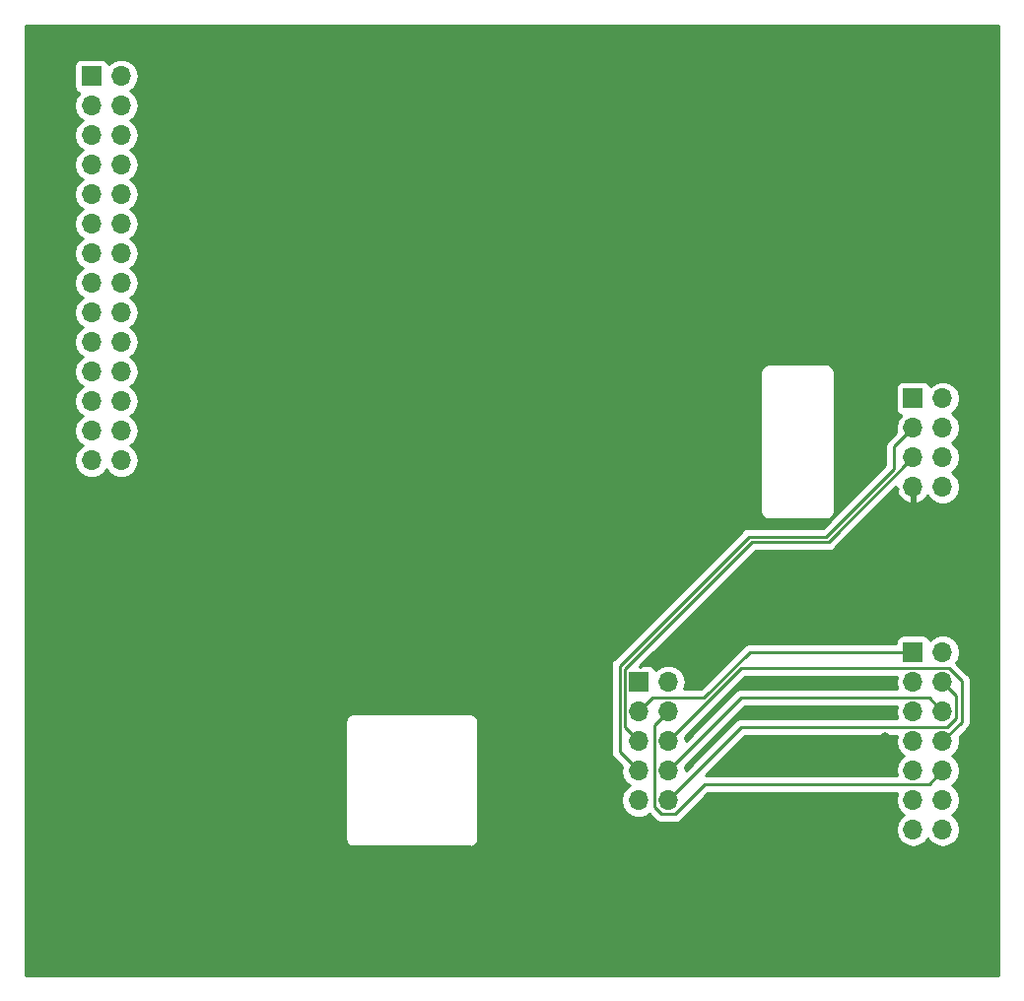
<source format=gbr>
G04 #@! TF.GenerationSoftware,KiCad,Pcbnew,5.0.1-33cea8e~68~ubuntu18.04.1*
G04 #@! TF.CreationDate,2018-11-17T12:57:36+01:00*
G04 #@! TF.ProjectId,ESP32-Wrover-kit-debug-breakout,45535033322D57726F7665722D6B6974,rev?*
G04 #@! TF.SameCoordinates,Original*
G04 #@! TF.FileFunction,Copper,L1,Top,Signal*
G04 #@! TF.FilePolarity,Positive*
%FSLAX46Y46*%
G04 Gerber Fmt 4.6, Leading zero omitted, Abs format (unit mm)*
G04 Created by KiCad (PCBNEW 5.0.1-33cea8e~68~ubuntu18.04.1) date lör 17 nov 2018 12:57:36*
%MOMM*%
%LPD*%
G01*
G04 APERTURE LIST*
G04 #@! TA.AperFunction,ComponentPad*
%ADD10O,1.700000X1.700000*%
G04 #@! TD*
G04 #@! TA.AperFunction,ComponentPad*
%ADD11R,1.700000X1.700000*%
G04 #@! TD*
G04 #@! TA.AperFunction,ViaPad*
%ADD12C,0.800000*%
G04 #@! TD*
G04 #@! TA.AperFunction,Conductor*
%ADD13C,0.250000*%
G04 #@! TD*
G04 #@! TA.AperFunction,Conductor*
%ADD14C,0.254000*%
G04 #@! TD*
G04 APERTURE END LIST*
D10*
G04 #@! TO.P,J3,14*
G04 #@! TO.N,Net-(J3-Pad14)*
X129469000Y-119832000D03*
G04 #@! TO.P,J3,13*
G04 #@! TO.N,Net-(J3-Pad13)*
X126929000Y-119832000D03*
G04 #@! TO.P,J3,12*
G04 #@! TO.N,Net-(J3-Pad12)*
X129469000Y-117292000D03*
G04 #@! TO.P,J3,11*
G04 #@! TO.N,Net-(J3-Pad11)*
X126929000Y-117292000D03*
G04 #@! TO.P,J3,10*
G04 #@! TO.N,/MTCK*
X129469000Y-114752000D03*
G04 #@! TO.P,J3,9*
G04 #@! TO.N,Net-(J3-Pad9)*
X126929000Y-114752000D03*
G04 #@! TO.P,J3,8*
G04 #@! TO.N,/MTDI*
X129469000Y-112212000D03*
G04 #@! TO.P,J3,7*
G04 #@! TO.N,Net-(J3-Pad7)*
X126929000Y-112212000D03*
G04 #@! TO.P,J3,6*
G04 #@! TO.N,/MTDO*
X129469000Y-109672000D03*
G04 #@! TO.P,J3,5*
G04 #@! TO.N,Net-(J3-Pad5)*
X126929000Y-109672000D03*
G04 #@! TO.P,J3,4*
G04 #@! TO.N,/MTMS*
X129469000Y-107132000D03*
G04 #@! TO.P,J3,3*
G04 #@! TO.N,Net-(J3-Pad3)*
X126929000Y-107132000D03*
G04 #@! TO.P,J3,2*
G04 #@! TO.N,Net-(J3-Pad2)*
X129469000Y-104592000D03*
D11*
G04 #@! TO.P,J3,1*
G04 #@! TO.N,/CH_Enable*
X126929000Y-104592000D03*
G04 #@! TD*
D10*
G04 #@! TO.P,J1,28*
G04 #@! TO.N,Net-(J1-Pad28)*
X58890000Y-88100000D03*
G04 #@! TO.P,J1,27*
G04 #@! TO.N,Net-(J1-Pad27)*
X56350000Y-88100000D03*
G04 #@! TO.P,J1,26*
G04 #@! TO.N,Net-(J1-Pad26)*
X58890000Y-85560000D03*
G04 #@! TO.P,J1,25*
G04 #@! TO.N,/IO0_Boot_option*
X56350000Y-85560000D03*
G04 #@! TO.P,J1,24*
G04 #@! TO.N,Net-(J1-Pad24)*
X58890000Y-83020000D03*
G04 #@! TO.P,J1,23*
G04 #@! TO.N,Net-(J1-Pad23)*
X56350000Y-83020000D03*
G04 #@! TO.P,J1,22*
G04 #@! TO.N,Net-(J1-Pad22)*
X58890000Y-80480000D03*
G04 #@! TO.P,J1,21*
G04 #@! TO.N,Net-(J1-Pad21)*
X56350000Y-80480000D03*
G04 #@! TO.P,J1,20*
G04 #@! TO.N,Net-(J1-Pad20)*
X58890000Y-77940000D03*
G04 #@! TO.P,J1,19*
G04 #@! TO.N,Net-(J1-Pad19)*
X56350000Y-77940000D03*
G04 #@! TO.P,J1,18*
G04 #@! TO.N,Net-(J1-Pad18)*
X58890000Y-75400000D03*
G04 #@! TO.P,J1,17*
G04 #@! TO.N,Net-(J1-Pad17)*
X56350000Y-75400000D03*
G04 #@! TO.P,J1,16*
G04 #@! TO.N,Net-(J1-Pad16)*
X58890000Y-72860000D03*
G04 #@! TO.P,J1,15*
G04 #@! TO.N,Net-(J1-Pad15)*
X56350000Y-72860000D03*
G04 #@! TO.P,J1,14*
G04 #@! TO.N,Net-(J1-Pad14)*
X58890000Y-70320000D03*
G04 #@! TO.P,J1,13*
G04 #@! TO.N,Net-(J1-Pad13)*
X56350000Y-70320000D03*
G04 #@! TO.P,J1,12*
G04 #@! TO.N,Net-(J1-Pad12)*
X58890000Y-67780000D03*
G04 #@! TO.P,J1,11*
G04 #@! TO.N,Net-(J1-Pad11)*
X56350000Y-67780000D03*
G04 #@! TO.P,J1,10*
G04 #@! TO.N,Net-(J1-Pad10)*
X58890000Y-65240000D03*
G04 #@! TO.P,J1,9*
G04 #@! TO.N,Net-(J1-Pad9)*
X56350000Y-65240000D03*
G04 #@! TO.P,J1,8*
G04 #@! TO.N,Net-(J1-Pad8)*
X58890000Y-62700000D03*
G04 #@! TO.P,J1,7*
G04 #@! TO.N,Net-(J1-Pad7)*
X56350000Y-62700000D03*
G04 #@! TO.P,J1,6*
G04 #@! TO.N,Net-(J1-Pad6)*
X58890000Y-60160000D03*
G04 #@! TO.P,J1,5*
G04 #@! TO.N,Net-(J1-Pad5)*
X56350000Y-60160000D03*
G04 #@! TO.P,J1,4*
G04 #@! TO.N,Net-(J1-Pad4)*
X58890000Y-57620000D03*
G04 #@! TO.P,J1,3*
G04 #@! TO.N,Net-(J1-Pad3)*
X56350000Y-57620000D03*
G04 #@! TO.P,J1,2*
G04 #@! TO.N,Net-(J1-Pad2)*
X58890000Y-55080000D03*
D11*
G04 #@! TO.P,J1,1*
G04 #@! TO.N,Net-(J1-Pad1)*
X56350000Y-55080000D03*
G04 #@! TD*
G04 #@! TO.P,J4,1*
G04 #@! TO.N,GND*
X103340000Y-107150000D03*
D10*
G04 #@! TO.P,J4,2*
G04 #@! TO.N,/IO0_Boot_option*
X105880000Y-107150000D03*
G04 #@! TO.P,J4,3*
G04 #@! TO.N,/CH_Enable*
X103340000Y-109690000D03*
G04 #@! TO.P,J4,4*
G04 #@! TO.N,/MTCK*
X105880000Y-109690000D03*
G04 #@! TO.P,J4,5*
G04 #@! TO.N,/TDX*
X103340000Y-112230000D03*
G04 #@! TO.P,J4,6*
G04 #@! TO.N,/MTDI*
X105880000Y-112230000D03*
G04 #@! TO.P,J4,7*
G04 #@! TO.N,/RDX*
X103340000Y-114770000D03*
G04 #@! TO.P,J4,8*
G04 #@! TO.N,/MTDO*
X105880000Y-114770000D03*
G04 #@! TO.P,J4,9*
G04 #@! TO.N,Net-(J4-Pad9)*
X103340000Y-117310000D03*
G04 #@! TO.P,J4,10*
G04 #@! TO.N,/MTMS*
X105880000Y-117310000D03*
G04 #@! TD*
D11*
G04 #@! TO.P,J2,1*
G04 #@! TO.N,Net-(J2-Pad1)*
X126929000Y-82767000D03*
D10*
G04 #@! TO.P,J2,2*
G04 #@! TO.N,Net-(J2-Pad2)*
X129469000Y-82767000D03*
G04 #@! TO.P,J2,3*
G04 #@! TO.N,/RDX*
X126929000Y-85307000D03*
G04 #@! TO.P,J2,4*
G04 #@! TO.N,Net-(J2-Pad4)*
X129469000Y-85307000D03*
G04 #@! TO.P,J2,5*
G04 #@! TO.N,/TDX*
X126929000Y-87847000D03*
G04 #@! TO.P,J2,6*
G04 #@! TO.N,Net-(J2-Pad6)*
X129469000Y-87847000D03*
G04 #@! TO.P,J2,7*
G04 #@! TO.N,GND*
X126929000Y-90387000D03*
G04 #@! TO.P,J2,8*
G04 #@! TO.N,Net-(J2-Pad8)*
X129469000Y-90387000D03*
G04 #@! TD*
D12*
G04 #@! TO.N,GND*
X51100000Y-51070000D03*
X56100000Y-51070000D03*
X61100000Y-51070000D03*
X66100000Y-51070000D03*
X71100000Y-51070000D03*
X76100000Y-51070000D03*
X81100000Y-51070000D03*
X86100000Y-51070000D03*
X91100000Y-51070000D03*
X96100000Y-51070000D03*
X101100000Y-51070000D03*
X106100000Y-51070000D03*
X111100000Y-51070000D03*
X116100000Y-51070000D03*
X121100000Y-51070000D03*
X126100000Y-51070000D03*
X51100000Y-131070000D03*
X62220000Y-131870000D03*
X67220000Y-131870000D03*
X72220000Y-131870000D03*
X77220000Y-131870000D03*
X82220000Y-131870000D03*
X87220000Y-131870000D03*
X92220000Y-131870000D03*
X97220000Y-131870000D03*
X102220000Y-131870000D03*
X107220000Y-131870000D03*
X112220000Y-131870000D03*
X122220000Y-131870000D03*
X127220000Y-131870000D03*
X133760000Y-51070000D03*
X51100000Y-56070000D03*
X51100000Y-61070000D03*
X51100000Y-66070000D03*
X51100000Y-71070000D03*
X51100000Y-76070000D03*
X51100000Y-81070000D03*
X51100000Y-86070000D03*
X51100000Y-91070000D03*
X51100000Y-96070000D03*
X51100000Y-101070000D03*
X51100000Y-106070000D03*
X51100000Y-111070000D03*
X51100000Y-116070000D03*
X51100000Y-121070000D03*
X51100000Y-126070000D03*
X133760000Y-56070000D03*
X133760000Y-61070000D03*
X133760000Y-66070000D03*
X133760000Y-71070000D03*
X133760000Y-76070000D03*
X133760000Y-81070000D03*
X133760000Y-86070000D03*
X133760000Y-91070000D03*
X133760000Y-96070000D03*
X133760000Y-101070000D03*
X133760000Y-106070000D03*
X133760000Y-111070000D03*
X133760000Y-116070000D03*
X133760000Y-121070000D03*
X133760000Y-126070000D03*
X133760000Y-131070000D03*
X55080000Y-131870000D03*
X130010000Y-72860000D03*
X130010000Y-80480000D03*
X117220000Y-131870000D03*
X112865000Y-112399000D03*
X124549000Y-111891000D03*
X124549000Y-114939000D03*
X110706000Y-114558000D03*
X112865000Y-109859000D03*
X124549000Y-109732000D03*
X124549000Y-107192000D03*
X112865000Y-107319000D03*
G04 #@! TD*
D13*
G04 #@! TO.N,/MTCK*
X105030001Y-110539999D02*
X105880000Y-109690000D01*
X104704999Y-110865001D02*
X105030001Y-110539999D01*
X104704999Y-117874001D02*
X104704999Y-110865001D01*
X105315999Y-118485001D02*
X104704999Y-117874001D01*
X106444001Y-118485001D02*
X105315999Y-118485001D01*
X109002001Y-115927001D02*
X106444001Y-118485001D01*
X128293999Y-115927001D02*
X109002001Y-115927001D01*
X129469000Y-114752000D02*
X128293999Y-115927001D01*
G04 #@! TO.N,/MTDI*
X106729999Y-111380001D02*
X105880000Y-112230000D01*
X112153001Y-105956999D02*
X106729999Y-111380001D01*
X130033001Y-105956999D02*
X112153001Y-105956999D01*
X131094011Y-107018009D02*
X130033001Y-105956999D01*
X131094011Y-110586989D02*
X131094011Y-107018009D01*
X129469000Y-112212000D02*
X131094011Y-110586989D01*
G04 #@! TO.N,/MTDO*
X128293999Y-108496999D02*
X112153001Y-108496999D01*
X106729999Y-113920001D02*
X105880000Y-114770000D01*
X112153001Y-108496999D02*
X106729999Y-113920001D01*
X129469000Y-109672000D02*
X128293999Y-108496999D01*
G04 #@! TO.N,/MTMS*
X106729999Y-116460001D02*
X105880000Y-117310000D01*
X130644001Y-110236001D02*
X129843003Y-111036999D01*
X130644001Y-108307001D02*
X130644001Y-110236001D01*
X112153001Y-111036999D02*
X106729999Y-116460001D01*
X129843003Y-111036999D02*
X112153001Y-111036999D01*
X129469000Y-107132000D02*
X130644001Y-108307001D01*
G04 #@! TO.N,/CH_Enable*
X104189999Y-108840001D02*
X103340000Y-109690000D01*
X104515001Y-108514999D02*
X104189999Y-108840001D01*
X108958591Y-108514999D02*
X104515001Y-108514999D01*
X112881590Y-104592000D02*
X108958591Y-108514999D01*
X126929000Y-104592000D02*
X112881590Y-104592000D01*
G04 #@! TO.N,/RDX*
X125311000Y-86925000D02*
X125311000Y-88828590D01*
X101714989Y-113144989D02*
X102490001Y-113920001D01*
X126929000Y-85307000D02*
X125311000Y-86925000D01*
X119462600Y-94676990D02*
X112807010Y-94676990D01*
X125311000Y-88828590D02*
X119462600Y-94676990D01*
X102490001Y-113920001D02*
X103340000Y-114770000D01*
X101714989Y-105769011D02*
X101714989Y-113144989D01*
X112807010Y-94676990D02*
X101714989Y-105769011D01*
G04 #@! TO.N,/TDX*
X102490001Y-111380001D02*
X103340000Y-112230000D01*
X102164999Y-106039999D02*
X102164999Y-111054999D01*
X113077998Y-95127000D02*
X102164999Y-106039999D01*
X126929000Y-87847000D02*
X119649000Y-95127000D01*
X102164999Y-111054999D02*
X102490001Y-111380001D01*
X119649000Y-95127000D02*
X113077998Y-95127000D01*
G04 #@! TD*
D14*
G04 #@! TO.N,GND*
G36*
X134290001Y-132390000D02*
X50710000Y-132390000D01*
X50710000Y-110593000D01*
X78119091Y-110593000D01*
X78133000Y-110662926D01*
X78133001Y-120523069D01*
X78119091Y-120593000D01*
X78174195Y-120870028D01*
X78331119Y-121104881D01*
X78565972Y-121261805D01*
X78773074Y-121303000D01*
X78773075Y-121303000D01*
X78843000Y-121316909D01*
X78912926Y-121303000D01*
X88773075Y-121303000D01*
X88843000Y-121316909D01*
X89120028Y-121261805D01*
X89354881Y-121104881D01*
X89511805Y-120870028D01*
X89553000Y-120662926D01*
X89566909Y-120593000D01*
X89553000Y-120523074D01*
X89553000Y-110662926D01*
X89566909Y-110593000D01*
X89511805Y-110315972D01*
X89354881Y-110081119D01*
X89120028Y-109924195D01*
X88912926Y-109883000D01*
X88912925Y-109883000D01*
X88843000Y-109869091D01*
X88773074Y-109883000D01*
X78912925Y-109883000D01*
X78843000Y-109869091D01*
X78773074Y-109883000D01*
X78565972Y-109924195D01*
X78331119Y-110081119D01*
X78174195Y-110315972D01*
X78119091Y-110593000D01*
X50710000Y-110593000D01*
X50710000Y-105769011D01*
X100940101Y-105769011D01*
X100954989Y-105843858D01*
X100954990Y-113070137D01*
X100940101Y-113144989D01*
X100954990Y-113219841D01*
X100985271Y-113372072D01*
X100999086Y-113441526D01*
X101124245Y-113628839D01*
X101167061Y-113692918D01*
X101230516Y-113735318D01*
X101898791Y-114403593D01*
X101825908Y-114770000D01*
X101941161Y-115349418D01*
X102269375Y-115840625D01*
X102567761Y-116040000D01*
X102269375Y-116239375D01*
X101941161Y-116730582D01*
X101825908Y-117310000D01*
X101941161Y-117889418D01*
X102269375Y-118380625D01*
X102760582Y-118708839D01*
X103193744Y-118795000D01*
X103486256Y-118795000D01*
X103919418Y-118708839D01*
X104246492Y-118490295D01*
X104725671Y-118969476D01*
X104768070Y-119032930D01*
X104831523Y-119075328D01*
X104831525Y-119075330D01*
X104956901Y-119159103D01*
X105019462Y-119200905D01*
X105241147Y-119245001D01*
X105241151Y-119245001D01*
X105315998Y-119259889D01*
X105390845Y-119245001D01*
X106369154Y-119245001D01*
X106444001Y-119259889D01*
X106518848Y-119245001D01*
X106518853Y-119245001D01*
X106740538Y-119200905D01*
X106991930Y-119032930D01*
X107034332Y-118969471D01*
X109316804Y-116687001D01*
X125547254Y-116687001D01*
X125530161Y-116712582D01*
X125414908Y-117292000D01*
X125530161Y-117871418D01*
X125858375Y-118362625D01*
X126156761Y-118562000D01*
X125858375Y-118761375D01*
X125530161Y-119252582D01*
X125414908Y-119832000D01*
X125530161Y-120411418D01*
X125858375Y-120902625D01*
X126349582Y-121230839D01*
X126782744Y-121317000D01*
X127075256Y-121317000D01*
X127508418Y-121230839D01*
X127999625Y-120902625D01*
X128199000Y-120604239D01*
X128398375Y-120902625D01*
X128889582Y-121230839D01*
X129322744Y-121317000D01*
X129615256Y-121317000D01*
X130048418Y-121230839D01*
X130539625Y-120902625D01*
X130867839Y-120411418D01*
X130983092Y-119832000D01*
X130867839Y-119252582D01*
X130539625Y-118761375D01*
X130241239Y-118562000D01*
X130539625Y-118362625D01*
X130867839Y-117871418D01*
X130983092Y-117292000D01*
X130867839Y-116712582D01*
X130539625Y-116221375D01*
X130241239Y-116022000D01*
X130539625Y-115822625D01*
X130867839Y-115331418D01*
X130983092Y-114752000D01*
X130867839Y-114172582D01*
X130539625Y-113681375D01*
X130241239Y-113482000D01*
X130539625Y-113282625D01*
X130867839Y-112791418D01*
X130983092Y-112212000D01*
X130910209Y-111845592D01*
X131578484Y-111177318D01*
X131641940Y-111134918D01*
X131809915Y-110883526D01*
X131854011Y-110661841D01*
X131854011Y-110661837D01*
X131868899Y-110586989D01*
X131854011Y-110512141D01*
X131854011Y-107092857D01*
X131868899Y-107018009D01*
X131854011Y-106943161D01*
X131854011Y-106943157D01*
X131809915Y-106721472D01*
X131809915Y-106721471D01*
X131684340Y-106533536D01*
X131641940Y-106470080D01*
X131578484Y-106427680D01*
X130649295Y-105498492D01*
X130867839Y-105171418D01*
X130983092Y-104592000D01*
X130867839Y-104012582D01*
X130539625Y-103521375D01*
X130048418Y-103193161D01*
X129615256Y-103107000D01*
X129322744Y-103107000D01*
X128889582Y-103193161D01*
X128398375Y-103521375D01*
X128386184Y-103539619D01*
X128377157Y-103494235D01*
X128236809Y-103284191D01*
X128026765Y-103143843D01*
X127779000Y-103094560D01*
X126079000Y-103094560D01*
X125831235Y-103143843D01*
X125621191Y-103284191D01*
X125480843Y-103494235D01*
X125431560Y-103742000D01*
X125431560Y-103832000D01*
X112956436Y-103832000D01*
X112881589Y-103817112D01*
X112806742Y-103832000D01*
X112806738Y-103832000D01*
X112585053Y-103876096D01*
X112585051Y-103876097D01*
X112585052Y-103876097D01*
X112397116Y-104001671D01*
X112397114Y-104001673D01*
X112333661Y-104044071D01*
X112291263Y-104107524D01*
X108643790Y-107754999D01*
X107261746Y-107754999D01*
X107278839Y-107729418D01*
X107394092Y-107150000D01*
X107278839Y-106570582D01*
X106950625Y-106079375D01*
X106459418Y-105751161D01*
X106026256Y-105665000D01*
X105733744Y-105665000D01*
X105300582Y-105751161D01*
X104809375Y-106079375D01*
X104794904Y-106101032D01*
X104728327Y-105940301D01*
X104549698Y-105761673D01*
X104316309Y-105665000D01*
X103625750Y-105665000D01*
X103467002Y-105823748D01*
X103467002Y-105812797D01*
X113392800Y-95887000D01*
X119574153Y-95887000D01*
X119649000Y-95901888D01*
X119723847Y-95887000D01*
X119723852Y-95887000D01*
X119945537Y-95842904D01*
X120196929Y-95674929D01*
X120239331Y-95611470D01*
X125444000Y-90406802D01*
X125444000Y-90514002D01*
X125608844Y-90514002D01*
X125487524Y-90743890D01*
X125657355Y-91153924D01*
X126047642Y-91582183D01*
X126572108Y-91828486D01*
X126802000Y-91707819D01*
X126802000Y-90514000D01*
X126782000Y-90514000D01*
X126782000Y-90260000D01*
X126802000Y-90260000D01*
X126802000Y-90240000D01*
X127056000Y-90240000D01*
X127056000Y-90260000D01*
X127076000Y-90260000D01*
X127076000Y-90514000D01*
X127056000Y-90514000D01*
X127056000Y-91707819D01*
X127285892Y-91828486D01*
X127810358Y-91582183D01*
X128197647Y-91157214D01*
X128398375Y-91457625D01*
X128889582Y-91785839D01*
X129322744Y-91872000D01*
X129615256Y-91872000D01*
X130048418Y-91785839D01*
X130539625Y-91457625D01*
X130867839Y-90966418D01*
X130983092Y-90387000D01*
X130867839Y-89807582D01*
X130539625Y-89316375D01*
X130241239Y-89117000D01*
X130539625Y-88917625D01*
X130867839Y-88426418D01*
X130983092Y-87847000D01*
X130867839Y-87267582D01*
X130539625Y-86776375D01*
X130241239Y-86577000D01*
X130539625Y-86377625D01*
X130867839Y-85886418D01*
X130983092Y-85307000D01*
X130867839Y-84727582D01*
X130539625Y-84236375D01*
X130241239Y-84037000D01*
X130539625Y-83837625D01*
X130867839Y-83346418D01*
X130983092Y-82767000D01*
X130867839Y-82187582D01*
X130539625Y-81696375D01*
X130048418Y-81368161D01*
X129615256Y-81282000D01*
X129322744Y-81282000D01*
X128889582Y-81368161D01*
X128398375Y-81696375D01*
X128386184Y-81714619D01*
X128377157Y-81669235D01*
X128236809Y-81459191D01*
X128026765Y-81318843D01*
X127779000Y-81269560D01*
X126079000Y-81269560D01*
X125831235Y-81318843D01*
X125621191Y-81459191D01*
X125480843Y-81669235D01*
X125431560Y-81917000D01*
X125431560Y-83617000D01*
X125480843Y-83864765D01*
X125621191Y-84074809D01*
X125831235Y-84215157D01*
X125876619Y-84224184D01*
X125858375Y-84236375D01*
X125530161Y-84727582D01*
X125414908Y-85307000D01*
X125487791Y-85673408D01*
X124826530Y-86334669D01*
X124763071Y-86377071D01*
X124595096Y-86628464D01*
X124551000Y-86850149D01*
X124551000Y-86850153D01*
X124536112Y-86925000D01*
X124551000Y-86999847D01*
X124551001Y-88513787D01*
X119147799Y-93916990D01*
X112881858Y-93916990D01*
X112807010Y-93902102D01*
X112732162Y-93916990D01*
X112732158Y-93916990D01*
X112510473Y-93961086D01*
X112259081Y-94129061D01*
X112216681Y-94192517D01*
X101230519Y-105178680D01*
X101167060Y-105221082D01*
X100999085Y-105472475D01*
X100954989Y-105694160D01*
X100954989Y-105694164D01*
X100940101Y-105769011D01*
X50710000Y-105769011D01*
X50710000Y-57620000D01*
X54835908Y-57620000D01*
X54951161Y-58199418D01*
X55279375Y-58690625D01*
X55577761Y-58890000D01*
X55279375Y-59089375D01*
X54951161Y-59580582D01*
X54835908Y-60160000D01*
X54951161Y-60739418D01*
X55279375Y-61230625D01*
X55577761Y-61430000D01*
X55279375Y-61629375D01*
X54951161Y-62120582D01*
X54835908Y-62700000D01*
X54951161Y-63279418D01*
X55279375Y-63770625D01*
X55577761Y-63970000D01*
X55279375Y-64169375D01*
X54951161Y-64660582D01*
X54835908Y-65240000D01*
X54951161Y-65819418D01*
X55279375Y-66310625D01*
X55577761Y-66510000D01*
X55279375Y-66709375D01*
X54951161Y-67200582D01*
X54835908Y-67780000D01*
X54951161Y-68359418D01*
X55279375Y-68850625D01*
X55577761Y-69050000D01*
X55279375Y-69249375D01*
X54951161Y-69740582D01*
X54835908Y-70320000D01*
X54951161Y-70899418D01*
X55279375Y-71390625D01*
X55577761Y-71590000D01*
X55279375Y-71789375D01*
X54951161Y-72280582D01*
X54835908Y-72860000D01*
X54951161Y-73439418D01*
X55279375Y-73930625D01*
X55577761Y-74130000D01*
X55279375Y-74329375D01*
X54951161Y-74820582D01*
X54835908Y-75400000D01*
X54951161Y-75979418D01*
X55279375Y-76470625D01*
X55577761Y-76670000D01*
X55279375Y-76869375D01*
X54951161Y-77360582D01*
X54835908Y-77940000D01*
X54951161Y-78519418D01*
X55279375Y-79010625D01*
X55577761Y-79210000D01*
X55279375Y-79409375D01*
X54951161Y-79900582D01*
X54835908Y-80480000D01*
X54951161Y-81059418D01*
X55279375Y-81550625D01*
X55577761Y-81750000D01*
X55279375Y-81949375D01*
X54951161Y-82440582D01*
X54835908Y-83020000D01*
X54951161Y-83599418D01*
X55279375Y-84090625D01*
X55577761Y-84290000D01*
X55279375Y-84489375D01*
X54951161Y-84980582D01*
X54835908Y-85560000D01*
X54951161Y-86139418D01*
X55279375Y-86630625D01*
X55577761Y-86830000D01*
X55279375Y-87029375D01*
X54951161Y-87520582D01*
X54835908Y-88100000D01*
X54951161Y-88679418D01*
X55279375Y-89170625D01*
X55770582Y-89498839D01*
X56203744Y-89585000D01*
X56496256Y-89585000D01*
X56929418Y-89498839D01*
X57420625Y-89170625D01*
X57620000Y-88872239D01*
X57819375Y-89170625D01*
X58310582Y-89498839D01*
X58743744Y-89585000D01*
X59036256Y-89585000D01*
X59469418Y-89498839D01*
X59960625Y-89170625D01*
X60288839Y-88679418D01*
X60404092Y-88100000D01*
X60288839Y-87520582D01*
X59960625Y-87029375D01*
X59662239Y-86830000D01*
X59960625Y-86630625D01*
X60288839Y-86139418D01*
X60404092Y-85560000D01*
X60288839Y-84980582D01*
X59960625Y-84489375D01*
X59662239Y-84290000D01*
X59960625Y-84090625D01*
X60288839Y-83599418D01*
X60404092Y-83020000D01*
X60288839Y-82440582D01*
X59960625Y-81949375D01*
X59662239Y-81750000D01*
X59960625Y-81550625D01*
X60288839Y-81059418D01*
X60395737Y-80522000D01*
X113792091Y-80522000D01*
X113806001Y-80591931D01*
X113806000Y-92390074D01*
X113792091Y-92460000D01*
X113847195Y-92737028D01*
X114004119Y-92971881D01*
X114238972Y-93128805D01*
X114516000Y-93183909D01*
X114585925Y-93170000D01*
X119399075Y-93170000D01*
X119469000Y-93183909D01*
X119746028Y-93128805D01*
X119980881Y-92971881D01*
X120137805Y-92737028D01*
X120179000Y-92529926D01*
X120179000Y-92529925D01*
X120192909Y-92460000D01*
X120179000Y-92390074D01*
X120179000Y-80591926D01*
X120192909Y-80522000D01*
X120137805Y-80244972D01*
X119980881Y-80010119D01*
X119746028Y-79853195D01*
X119538926Y-79812000D01*
X119538925Y-79812000D01*
X119469000Y-79798091D01*
X119399074Y-79812000D01*
X114585926Y-79812000D01*
X114516000Y-79798091D01*
X114446075Y-79812000D01*
X114446074Y-79812000D01*
X114238972Y-79853195D01*
X114004119Y-80010119D01*
X113847195Y-80244972D01*
X113792091Y-80522000D01*
X60395737Y-80522000D01*
X60404092Y-80480000D01*
X60288839Y-79900582D01*
X59960625Y-79409375D01*
X59662239Y-79210000D01*
X59960625Y-79010625D01*
X60288839Y-78519418D01*
X60404092Y-77940000D01*
X60288839Y-77360582D01*
X59960625Y-76869375D01*
X59662239Y-76670000D01*
X59960625Y-76470625D01*
X60288839Y-75979418D01*
X60404092Y-75400000D01*
X60288839Y-74820582D01*
X59960625Y-74329375D01*
X59662239Y-74130000D01*
X59960625Y-73930625D01*
X60288839Y-73439418D01*
X60404092Y-72860000D01*
X60288839Y-72280582D01*
X59960625Y-71789375D01*
X59662239Y-71590000D01*
X59960625Y-71390625D01*
X60288839Y-70899418D01*
X60404092Y-70320000D01*
X60288839Y-69740582D01*
X59960625Y-69249375D01*
X59662239Y-69050000D01*
X59960625Y-68850625D01*
X60288839Y-68359418D01*
X60404092Y-67780000D01*
X60288839Y-67200582D01*
X59960625Y-66709375D01*
X59662239Y-66510000D01*
X59960625Y-66310625D01*
X60288839Y-65819418D01*
X60404092Y-65240000D01*
X60288839Y-64660582D01*
X59960625Y-64169375D01*
X59662239Y-63970000D01*
X59960625Y-63770625D01*
X60288839Y-63279418D01*
X60404092Y-62700000D01*
X60288839Y-62120582D01*
X59960625Y-61629375D01*
X59662239Y-61430000D01*
X59960625Y-61230625D01*
X60288839Y-60739418D01*
X60404092Y-60160000D01*
X60288839Y-59580582D01*
X59960625Y-59089375D01*
X59662239Y-58890000D01*
X59960625Y-58690625D01*
X60288839Y-58199418D01*
X60404092Y-57620000D01*
X60288839Y-57040582D01*
X59960625Y-56549375D01*
X59662239Y-56350000D01*
X59960625Y-56150625D01*
X60288839Y-55659418D01*
X60404092Y-55080000D01*
X60288839Y-54500582D01*
X59960625Y-54009375D01*
X59469418Y-53681161D01*
X59036256Y-53595000D01*
X58743744Y-53595000D01*
X58310582Y-53681161D01*
X57819375Y-54009375D01*
X57807184Y-54027619D01*
X57798157Y-53982235D01*
X57657809Y-53772191D01*
X57447765Y-53631843D01*
X57200000Y-53582560D01*
X55500000Y-53582560D01*
X55252235Y-53631843D01*
X55042191Y-53772191D01*
X54901843Y-53982235D01*
X54852560Y-54230000D01*
X54852560Y-55930000D01*
X54901843Y-56177765D01*
X55042191Y-56387809D01*
X55252235Y-56528157D01*
X55297619Y-56537184D01*
X55279375Y-56549375D01*
X54951161Y-57040582D01*
X54835908Y-57620000D01*
X50710000Y-57620000D01*
X50710000Y-50710000D01*
X134290000Y-50710000D01*
X134290001Y-132390000D01*
X134290001Y-132390000D01*
G37*
X134290001Y-132390000D02*
X50710000Y-132390000D01*
X50710000Y-110593000D01*
X78119091Y-110593000D01*
X78133000Y-110662926D01*
X78133001Y-120523069D01*
X78119091Y-120593000D01*
X78174195Y-120870028D01*
X78331119Y-121104881D01*
X78565972Y-121261805D01*
X78773074Y-121303000D01*
X78773075Y-121303000D01*
X78843000Y-121316909D01*
X78912926Y-121303000D01*
X88773075Y-121303000D01*
X88843000Y-121316909D01*
X89120028Y-121261805D01*
X89354881Y-121104881D01*
X89511805Y-120870028D01*
X89553000Y-120662926D01*
X89566909Y-120593000D01*
X89553000Y-120523074D01*
X89553000Y-110662926D01*
X89566909Y-110593000D01*
X89511805Y-110315972D01*
X89354881Y-110081119D01*
X89120028Y-109924195D01*
X88912926Y-109883000D01*
X88912925Y-109883000D01*
X88843000Y-109869091D01*
X88773074Y-109883000D01*
X78912925Y-109883000D01*
X78843000Y-109869091D01*
X78773074Y-109883000D01*
X78565972Y-109924195D01*
X78331119Y-110081119D01*
X78174195Y-110315972D01*
X78119091Y-110593000D01*
X50710000Y-110593000D01*
X50710000Y-105769011D01*
X100940101Y-105769011D01*
X100954989Y-105843858D01*
X100954990Y-113070137D01*
X100940101Y-113144989D01*
X100954990Y-113219841D01*
X100985271Y-113372072D01*
X100999086Y-113441526D01*
X101124245Y-113628839D01*
X101167061Y-113692918D01*
X101230516Y-113735318D01*
X101898791Y-114403593D01*
X101825908Y-114770000D01*
X101941161Y-115349418D01*
X102269375Y-115840625D01*
X102567761Y-116040000D01*
X102269375Y-116239375D01*
X101941161Y-116730582D01*
X101825908Y-117310000D01*
X101941161Y-117889418D01*
X102269375Y-118380625D01*
X102760582Y-118708839D01*
X103193744Y-118795000D01*
X103486256Y-118795000D01*
X103919418Y-118708839D01*
X104246492Y-118490295D01*
X104725671Y-118969476D01*
X104768070Y-119032930D01*
X104831523Y-119075328D01*
X104831525Y-119075330D01*
X104956901Y-119159103D01*
X105019462Y-119200905D01*
X105241147Y-119245001D01*
X105241151Y-119245001D01*
X105315998Y-119259889D01*
X105390845Y-119245001D01*
X106369154Y-119245001D01*
X106444001Y-119259889D01*
X106518848Y-119245001D01*
X106518853Y-119245001D01*
X106740538Y-119200905D01*
X106991930Y-119032930D01*
X107034332Y-118969471D01*
X109316804Y-116687001D01*
X125547254Y-116687001D01*
X125530161Y-116712582D01*
X125414908Y-117292000D01*
X125530161Y-117871418D01*
X125858375Y-118362625D01*
X126156761Y-118562000D01*
X125858375Y-118761375D01*
X125530161Y-119252582D01*
X125414908Y-119832000D01*
X125530161Y-120411418D01*
X125858375Y-120902625D01*
X126349582Y-121230839D01*
X126782744Y-121317000D01*
X127075256Y-121317000D01*
X127508418Y-121230839D01*
X127999625Y-120902625D01*
X128199000Y-120604239D01*
X128398375Y-120902625D01*
X128889582Y-121230839D01*
X129322744Y-121317000D01*
X129615256Y-121317000D01*
X130048418Y-121230839D01*
X130539625Y-120902625D01*
X130867839Y-120411418D01*
X130983092Y-119832000D01*
X130867839Y-119252582D01*
X130539625Y-118761375D01*
X130241239Y-118562000D01*
X130539625Y-118362625D01*
X130867839Y-117871418D01*
X130983092Y-117292000D01*
X130867839Y-116712582D01*
X130539625Y-116221375D01*
X130241239Y-116022000D01*
X130539625Y-115822625D01*
X130867839Y-115331418D01*
X130983092Y-114752000D01*
X130867839Y-114172582D01*
X130539625Y-113681375D01*
X130241239Y-113482000D01*
X130539625Y-113282625D01*
X130867839Y-112791418D01*
X130983092Y-112212000D01*
X130910209Y-111845592D01*
X131578484Y-111177318D01*
X131641940Y-111134918D01*
X131809915Y-110883526D01*
X131854011Y-110661841D01*
X131854011Y-110661837D01*
X131868899Y-110586989D01*
X131854011Y-110512141D01*
X131854011Y-107092857D01*
X131868899Y-107018009D01*
X131854011Y-106943161D01*
X131854011Y-106943157D01*
X131809915Y-106721472D01*
X131809915Y-106721471D01*
X131684340Y-106533536D01*
X131641940Y-106470080D01*
X131578484Y-106427680D01*
X130649295Y-105498492D01*
X130867839Y-105171418D01*
X130983092Y-104592000D01*
X130867839Y-104012582D01*
X130539625Y-103521375D01*
X130048418Y-103193161D01*
X129615256Y-103107000D01*
X129322744Y-103107000D01*
X128889582Y-103193161D01*
X128398375Y-103521375D01*
X128386184Y-103539619D01*
X128377157Y-103494235D01*
X128236809Y-103284191D01*
X128026765Y-103143843D01*
X127779000Y-103094560D01*
X126079000Y-103094560D01*
X125831235Y-103143843D01*
X125621191Y-103284191D01*
X125480843Y-103494235D01*
X125431560Y-103742000D01*
X125431560Y-103832000D01*
X112956436Y-103832000D01*
X112881589Y-103817112D01*
X112806742Y-103832000D01*
X112806738Y-103832000D01*
X112585053Y-103876096D01*
X112585051Y-103876097D01*
X112585052Y-103876097D01*
X112397116Y-104001671D01*
X112397114Y-104001673D01*
X112333661Y-104044071D01*
X112291263Y-104107524D01*
X108643790Y-107754999D01*
X107261746Y-107754999D01*
X107278839Y-107729418D01*
X107394092Y-107150000D01*
X107278839Y-106570582D01*
X106950625Y-106079375D01*
X106459418Y-105751161D01*
X106026256Y-105665000D01*
X105733744Y-105665000D01*
X105300582Y-105751161D01*
X104809375Y-106079375D01*
X104794904Y-106101032D01*
X104728327Y-105940301D01*
X104549698Y-105761673D01*
X104316309Y-105665000D01*
X103625750Y-105665000D01*
X103467002Y-105823748D01*
X103467002Y-105812797D01*
X113392800Y-95887000D01*
X119574153Y-95887000D01*
X119649000Y-95901888D01*
X119723847Y-95887000D01*
X119723852Y-95887000D01*
X119945537Y-95842904D01*
X120196929Y-95674929D01*
X120239331Y-95611470D01*
X125444000Y-90406802D01*
X125444000Y-90514002D01*
X125608844Y-90514002D01*
X125487524Y-90743890D01*
X125657355Y-91153924D01*
X126047642Y-91582183D01*
X126572108Y-91828486D01*
X126802000Y-91707819D01*
X126802000Y-90514000D01*
X126782000Y-90514000D01*
X126782000Y-90260000D01*
X126802000Y-90260000D01*
X126802000Y-90240000D01*
X127056000Y-90240000D01*
X127056000Y-90260000D01*
X127076000Y-90260000D01*
X127076000Y-90514000D01*
X127056000Y-90514000D01*
X127056000Y-91707819D01*
X127285892Y-91828486D01*
X127810358Y-91582183D01*
X128197647Y-91157214D01*
X128398375Y-91457625D01*
X128889582Y-91785839D01*
X129322744Y-91872000D01*
X129615256Y-91872000D01*
X130048418Y-91785839D01*
X130539625Y-91457625D01*
X130867839Y-90966418D01*
X130983092Y-90387000D01*
X130867839Y-89807582D01*
X130539625Y-89316375D01*
X130241239Y-89117000D01*
X130539625Y-88917625D01*
X130867839Y-88426418D01*
X130983092Y-87847000D01*
X130867839Y-87267582D01*
X130539625Y-86776375D01*
X130241239Y-86577000D01*
X130539625Y-86377625D01*
X130867839Y-85886418D01*
X130983092Y-85307000D01*
X130867839Y-84727582D01*
X130539625Y-84236375D01*
X130241239Y-84037000D01*
X130539625Y-83837625D01*
X130867839Y-83346418D01*
X130983092Y-82767000D01*
X130867839Y-82187582D01*
X130539625Y-81696375D01*
X130048418Y-81368161D01*
X129615256Y-81282000D01*
X129322744Y-81282000D01*
X128889582Y-81368161D01*
X128398375Y-81696375D01*
X128386184Y-81714619D01*
X128377157Y-81669235D01*
X128236809Y-81459191D01*
X128026765Y-81318843D01*
X127779000Y-81269560D01*
X126079000Y-81269560D01*
X125831235Y-81318843D01*
X125621191Y-81459191D01*
X125480843Y-81669235D01*
X125431560Y-81917000D01*
X125431560Y-83617000D01*
X125480843Y-83864765D01*
X125621191Y-84074809D01*
X125831235Y-84215157D01*
X125876619Y-84224184D01*
X125858375Y-84236375D01*
X125530161Y-84727582D01*
X125414908Y-85307000D01*
X125487791Y-85673408D01*
X124826530Y-86334669D01*
X124763071Y-86377071D01*
X124595096Y-86628464D01*
X124551000Y-86850149D01*
X124551000Y-86850153D01*
X124536112Y-86925000D01*
X124551000Y-86999847D01*
X124551001Y-88513787D01*
X119147799Y-93916990D01*
X112881858Y-93916990D01*
X112807010Y-93902102D01*
X112732162Y-93916990D01*
X112732158Y-93916990D01*
X112510473Y-93961086D01*
X112259081Y-94129061D01*
X112216681Y-94192517D01*
X101230519Y-105178680D01*
X101167060Y-105221082D01*
X100999085Y-105472475D01*
X100954989Y-105694160D01*
X100954989Y-105694164D01*
X100940101Y-105769011D01*
X50710000Y-105769011D01*
X50710000Y-57620000D01*
X54835908Y-57620000D01*
X54951161Y-58199418D01*
X55279375Y-58690625D01*
X55577761Y-58890000D01*
X55279375Y-59089375D01*
X54951161Y-59580582D01*
X54835908Y-60160000D01*
X54951161Y-60739418D01*
X55279375Y-61230625D01*
X55577761Y-61430000D01*
X55279375Y-61629375D01*
X54951161Y-62120582D01*
X54835908Y-62700000D01*
X54951161Y-63279418D01*
X55279375Y-63770625D01*
X55577761Y-63970000D01*
X55279375Y-64169375D01*
X54951161Y-64660582D01*
X54835908Y-65240000D01*
X54951161Y-65819418D01*
X55279375Y-66310625D01*
X55577761Y-66510000D01*
X55279375Y-66709375D01*
X54951161Y-67200582D01*
X54835908Y-67780000D01*
X54951161Y-68359418D01*
X55279375Y-68850625D01*
X55577761Y-69050000D01*
X55279375Y-69249375D01*
X54951161Y-69740582D01*
X54835908Y-70320000D01*
X54951161Y-70899418D01*
X55279375Y-71390625D01*
X55577761Y-71590000D01*
X55279375Y-71789375D01*
X54951161Y-72280582D01*
X54835908Y-72860000D01*
X54951161Y-73439418D01*
X55279375Y-73930625D01*
X55577761Y-74130000D01*
X55279375Y-74329375D01*
X54951161Y-74820582D01*
X54835908Y-75400000D01*
X54951161Y-75979418D01*
X55279375Y-76470625D01*
X55577761Y-76670000D01*
X55279375Y-76869375D01*
X54951161Y-77360582D01*
X54835908Y-77940000D01*
X54951161Y-78519418D01*
X55279375Y-79010625D01*
X55577761Y-79210000D01*
X55279375Y-79409375D01*
X54951161Y-79900582D01*
X54835908Y-80480000D01*
X54951161Y-81059418D01*
X55279375Y-81550625D01*
X55577761Y-81750000D01*
X55279375Y-81949375D01*
X54951161Y-82440582D01*
X54835908Y-83020000D01*
X54951161Y-83599418D01*
X55279375Y-84090625D01*
X55577761Y-84290000D01*
X55279375Y-84489375D01*
X54951161Y-84980582D01*
X54835908Y-85560000D01*
X54951161Y-86139418D01*
X55279375Y-86630625D01*
X55577761Y-86830000D01*
X55279375Y-87029375D01*
X54951161Y-87520582D01*
X54835908Y-88100000D01*
X54951161Y-88679418D01*
X55279375Y-89170625D01*
X55770582Y-89498839D01*
X56203744Y-89585000D01*
X56496256Y-89585000D01*
X56929418Y-89498839D01*
X57420625Y-89170625D01*
X57620000Y-88872239D01*
X57819375Y-89170625D01*
X58310582Y-89498839D01*
X58743744Y-89585000D01*
X59036256Y-89585000D01*
X59469418Y-89498839D01*
X59960625Y-89170625D01*
X60288839Y-88679418D01*
X60404092Y-88100000D01*
X60288839Y-87520582D01*
X59960625Y-87029375D01*
X59662239Y-86830000D01*
X59960625Y-86630625D01*
X60288839Y-86139418D01*
X60404092Y-85560000D01*
X60288839Y-84980582D01*
X59960625Y-84489375D01*
X59662239Y-84290000D01*
X59960625Y-84090625D01*
X60288839Y-83599418D01*
X60404092Y-83020000D01*
X60288839Y-82440582D01*
X59960625Y-81949375D01*
X59662239Y-81750000D01*
X59960625Y-81550625D01*
X60288839Y-81059418D01*
X60395737Y-80522000D01*
X113792091Y-80522000D01*
X113806001Y-80591931D01*
X113806000Y-92390074D01*
X113792091Y-92460000D01*
X113847195Y-92737028D01*
X114004119Y-92971881D01*
X114238972Y-93128805D01*
X114516000Y-93183909D01*
X114585925Y-93170000D01*
X119399075Y-93170000D01*
X119469000Y-93183909D01*
X119746028Y-93128805D01*
X119980881Y-92971881D01*
X120137805Y-92737028D01*
X120179000Y-92529926D01*
X120179000Y-92529925D01*
X120192909Y-92460000D01*
X120179000Y-92390074D01*
X120179000Y-80591926D01*
X120192909Y-80522000D01*
X120137805Y-80244972D01*
X119980881Y-80010119D01*
X119746028Y-79853195D01*
X119538926Y-79812000D01*
X119538925Y-79812000D01*
X119469000Y-79798091D01*
X119399074Y-79812000D01*
X114585926Y-79812000D01*
X114516000Y-79798091D01*
X114446075Y-79812000D01*
X114446074Y-79812000D01*
X114238972Y-79853195D01*
X114004119Y-80010119D01*
X113847195Y-80244972D01*
X113792091Y-80522000D01*
X60395737Y-80522000D01*
X60404092Y-80480000D01*
X60288839Y-79900582D01*
X59960625Y-79409375D01*
X59662239Y-79210000D01*
X59960625Y-79010625D01*
X60288839Y-78519418D01*
X60404092Y-77940000D01*
X60288839Y-77360582D01*
X59960625Y-76869375D01*
X59662239Y-76670000D01*
X59960625Y-76470625D01*
X60288839Y-75979418D01*
X60404092Y-75400000D01*
X60288839Y-74820582D01*
X59960625Y-74329375D01*
X59662239Y-74130000D01*
X59960625Y-73930625D01*
X60288839Y-73439418D01*
X60404092Y-72860000D01*
X60288839Y-72280582D01*
X59960625Y-71789375D01*
X59662239Y-71590000D01*
X59960625Y-71390625D01*
X60288839Y-70899418D01*
X60404092Y-70320000D01*
X60288839Y-69740582D01*
X59960625Y-69249375D01*
X59662239Y-69050000D01*
X59960625Y-68850625D01*
X60288839Y-68359418D01*
X60404092Y-67780000D01*
X60288839Y-67200582D01*
X59960625Y-66709375D01*
X59662239Y-66510000D01*
X59960625Y-66310625D01*
X60288839Y-65819418D01*
X60404092Y-65240000D01*
X60288839Y-64660582D01*
X59960625Y-64169375D01*
X59662239Y-63970000D01*
X59960625Y-63770625D01*
X60288839Y-63279418D01*
X60404092Y-62700000D01*
X60288839Y-62120582D01*
X59960625Y-61629375D01*
X59662239Y-61430000D01*
X59960625Y-61230625D01*
X60288839Y-60739418D01*
X60404092Y-60160000D01*
X60288839Y-59580582D01*
X59960625Y-59089375D01*
X59662239Y-58890000D01*
X59960625Y-58690625D01*
X60288839Y-58199418D01*
X60404092Y-57620000D01*
X60288839Y-57040582D01*
X59960625Y-56549375D01*
X59662239Y-56350000D01*
X59960625Y-56150625D01*
X60288839Y-55659418D01*
X60404092Y-55080000D01*
X60288839Y-54500582D01*
X59960625Y-54009375D01*
X59469418Y-53681161D01*
X59036256Y-53595000D01*
X58743744Y-53595000D01*
X58310582Y-53681161D01*
X57819375Y-54009375D01*
X57807184Y-54027619D01*
X57798157Y-53982235D01*
X57657809Y-53772191D01*
X57447765Y-53631843D01*
X57200000Y-53582560D01*
X55500000Y-53582560D01*
X55252235Y-53631843D01*
X55042191Y-53772191D01*
X54901843Y-53982235D01*
X54852560Y-54230000D01*
X54852560Y-55930000D01*
X54901843Y-56177765D01*
X55042191Y-56387809D01*
X55252235Y-56528157D01*
X55297619Y-56537184D01*
X55279375Y-56549375D01*
X54951161Y-57040582D01*
X54835908Y-57620000D01*
X50710000Y-57620000D01*
X50710000Y-50710000D01*
X134290000Y-50710000D01*
X134290001Y-132390000D01*
G36*
X125414908Y-112212000D02*
X125530161Y-112791418D01*
X125858375Y-113282625D01*
X126156761Y-113482000D01*
X125858375Y-113681375D01*
X125530161Y-114172582D01*
X125414908Y-114752000D01*
X125497457Y-115167001D01*
X109097800Y-115167001D01*
X112467803Y-111796999D01*
X125497457Y-111796999D01*
X125414908Y-112212000D01*
X125414908Y-112212000D01*
G37*
X125414908Y-112212000D02*
X125530161Y-112791418D01*
X125858375Y-113282625D01*
X126156761Y-113482000D01*
X125858375Y-113681375D01*
X125530161Y-114172582D01*
X125414908Y-114752000D01*
X125497457Y-115167001D01*
X109097800Y-115167001D01*
X112467803Y-111796999D01*
X125497457Y-111796999D01*
X125414908Y-112212000D01*
G36*
X125414908Y-109672000D02*
X125530161Y-110251418D01*
X125547254Y-110276999D01*
X112227848Y-110276999D01*
X112153001Y-110262111D01*
X112078154Y-110276999D01*
X112078149Y-110276999D01*
X111856464Y-110321095D01*
X111605072Y-110489070D01*
X111562672Y-110552526D01*
X107385980Y-114729219D01*
X107321209Y-114403592D01*
X112467803Y-109256999D01*
X125497457Y-109256999D01*
X125414908Y-109672000D01*
X125414908Y-109672000D01*
G37*
X125414908Y-109672000D02*
X125530161Y-110251418D01*
X125547254Y-110276999D01*
X112227848Y-110276999D01*
X112153001Y-110262111D01*
X112078154Y-110276999D01*
X112078149Y-110276999D01*
X111856464Y-110321095D01*
X111605072Y-110489070D01*
X111562672Y-110552526D01*
X107385980Y-114729219D01*
X107321209Y-114403592D01*
X112467803Y-109256999D01*
X125497457Y-109256999D01*
X125414908Y-109672000D01*
G36*
X125414908Y-107132000D02*
X125530161Y-107711418D01*
X125547254Y-107736999D01*
X112227848Y-107736999D01*
X112153001Y-107722111D01*
X112078154Y-107736999D01*
X112078149Y-107736999D01*
X111856464Y-107781095D01*
X111605072Y-107949070D01*
X111562672Y-108012526D01*
X107385980Y-112189219D01*
X107321209Y-111863592D01*
X112467803Y-106716999D01*
X125497457Y-106716999D01*
X125414908Y-107132000D01*
X125414908Y-107132000D01*
G37*
X125414908Y-107132000D02*
X125530161Y-107711418D01*
X125547254Y-107736999D01*
X112227848Y-107736999D01*
X112153001Y-107722111D01*
X112078154Y-107736999D01*
X112078149Y-107736999D01*
X111856464Y-107781095D01*
X111605072Y-107949070D01*
X111562672Y-108012526D01*
X107385980Y-112189219D01*
X107321209Y-111863592D01*
X112467803Y-106716999D01*
X125497457Y-106716999D01*
X125414908Y-107132000D01*
G36*
X103467000Y-107023000D02*
X103487000Y-107023000D01*
X103487000Y-107277000D01*
X103467000Y-107277000D01*
X103467000Y-107297000D01*
X103213000Y-107297000D01*
X103213000Y-107277000D01*
X103193000Y-107277000D01*
X103193000Y-107023000D01*
X103213000Y-107023000D01*
X103213000Y-107003000D01*
X103467000Y-107003000D01*
X103467000Y-107023000D01*
X103467000Y-107023000D01*
G37*
X103467000Y-107023000D02*
X103487000Y-107023000D01*
X103487000Y-107277000D01*
X103467000Y-107277000D01*
X103467000Y-107297000D01*
X103213000Y-107297000D01*
X103213000Y-107277000D01*
X103193000Y-107277000D01*
X103193000Y-107023000D01*
X103213000Y-107023000D01*
X103213000Y-107003000D01*
X103467000Y-107003000D01*
X103467000Y-107023000D01*
G04 #@! TD*
M02*

</source>
